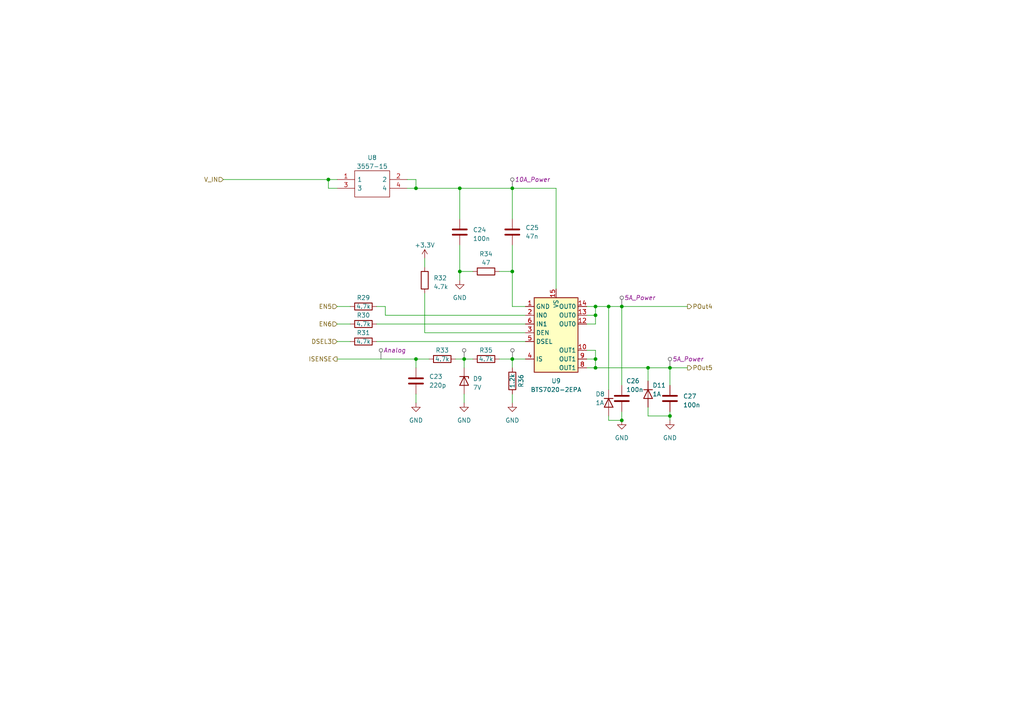
<source format=kicad_sch>
(kicad_sch
	(version 20231120)
	(generator "eeschema")
	(generator_version "8.0")
	(uuid "f22643af-feb6-47dd-a2c5-0dd156e0f04b")
	(paper "A4")
	(title_block
		(title "PDU FT24")
		(company "Nived Jayaprakash Nambiar ")
		(comment 1 "FasTTUBe Electronics")
	)
	(lib_symbols
		(symbol "3557-15:3557-15"
			(pin_names
				(offset 0.762)
			)
			(exclude_from_sim no)
			(in_bom yes)
			(on_board yes)
			(property "Reference" "U"
				(at 16.51 7.62 0)
				(effects
					(font
						(size 1.27 1.27)
					)
					(justify left)
				)
			)
			(property "Value" "3557-15"
				(at 16.51 5.08 0)
				(effects
					(font
						(size 1.27 1.27)
					)
					(justify left)
				)
			)
			(property "Footprint" "355715"
				(at 16.51 2.54 0)
				(effects
					(font
						(size 1.27 1.27)
					)
					(justify left)
					(hide yes)
				)
			)
			(property "Datasheet" "https://componentsearchengine.com/Datasheets/1/3557-15.pdf"
				(at 16.51 0 0)
				(effects
					(font
						(size 1.27 1.27)
					)
					(justify left)
					(hide yes)
				)
			)
			(property "Description" "Fuse Holder T/H 2 IN 1 AUTO BLDE HOLDER, BLUE 15A"
				(at 16.51 -2.54 0)
				(effects
					(font
						(size 1.27 1.27)
					)
					(justify left)
					(hide yes)
				)
			)
			(property "Height" "7.37"
				(at 16.51 -5.08 0)
				(effects
					(font
						(size 1.27 1.27)
					)
					(justify left)
					(hide yes)
				)
			)
			(property "heisener Part Number" ""
				(at 16.51 -7.62 0)
				(effects
					(font
						(size 1.27 1.27)
					)
					(justify left)
					(hide yes)
				)
			)
			(property "heisener Price/Stock" ""
				(at 16.51 -10.16 0)
				(effects
					(font
						(size 1.27 1.27)
					)
					(justify left)
					(hide yes)
				)
			)
			(property "Manufacturer_Name" "Keystone Electronics"
				(at 16.51 -12.7 0)
				(effects
					(font
						(size 1.27 1.27)
					)
					(justify left)
					(hide yes)
				)
			)
			(property "Manufacturer_Part_Number" "3557-15"
				(at 16.51 -15.24 0)
				(effects
					(font
						(size 1.27 1.27)
					)
					(justify left)
					(hide yes)
				)
			)
			(symbol "3557-15_0_0"
				(pin passive line
					(at 0 0 0)
					(length 5.08)
					(name "1"
						(effects
							(font
								(size 1.27 1.27)
							)
						)
					)
					(number "1"
						(effects
							(font
								(size 1.27 1.27)
							)
						)
					)
				)
				(pin passive line
					(at 20.32 0 180)
					(length 5.08)
					(name "2"
						(effects
							(font
								(size 1.27 1.27)
							)
						)
					)
					(number "2"
						(effects
							(font
								(size 1.27 1.27)
							)
						)
					)
				)
				(pin passive line
					(at 0 -2.54 0)
					(length 5.08)
					(name "3"
						(effects
							(font
								(size 1.27 1.27)
							)
						)
					)
					(number "3"
						(effects
							(font
								(size 1.27 1.27)
							)
						)
					)
				)
				(pin passive line
					(at 20.32 -2.54 180)
					(length 5.08)
					(name "4"
						(effects
							(font
								(size 1.27 1.27)
							)
						)
					)
					(number "4"
						(effects
							(font
								(size 1.27 1.27)
							)
						)
					)
				)
			)
			(symbol "3557-15_0_1"
				(polyline
					(pts
						(xy 5.08 2.54) (xy 15.24 2.54) (xy 15.24 -5.08) (xy 5.08 -5.08) (xy 5.08 2.54)
					)
					(stroke
						(width 0.1524)
						(type solid)
					)
					(fill
						(type none)
					)
				)
			)
		)
		(symbol "Device:C"
			(pin_numbers hide)
			(pin_names
				(offset 0.254)
			)
			(exclude_from_sim no)
			(in_bom yes)
			(on_board yes)
			(property "Reference" "C"
				(at 0.635 2.54 0)
				(effects
					(font
						(size 1.27 1.27)
					)
					(justify left)
				)
			)
			(property "Value" "C"
				(at 0.635 -2.54 0)
				(effects
					(font
						(size 1.27 1.27)
					)
					(justify left)
				)
			)
			(property "Footprint" ""
				(at 0.9652 -3.81 0)
				(effects
					(font
						(size 1.27 1.27)
					)
					(hide yes)
				)
			)
			(property "Datasheet" "~"
				(at 0 0 0)
				(effects
					(font
						(size 1.27 1.27)
					)
					(hide yes)
				)
			)
			(property "Description" "Unpolarized capacitor"
				(at 0 0 0)
				(effects
					(font
						(size 1.27 1.27)
					)
					(hide yes)
				)
			)
			(property "ki_keywords" "cap capacitor"
				(at 0 0 0)
				(effects
					(font
						(size 1.27 1.27)
					)
					(hide yes)
				)
			)
			(property "ki_fp_filters" "C_*"
				(at 0 0 0)
				(effects
					(font
						(size 1.27 1.27)
					)
					(hide yes)
				)
			)
			(symbol "C_0_1"
				(polyline
					(pts
						(xy -2.032 -0.762) (xy 2.032 -0.762)
					)
					(stroke
						(width 0.508)
						(type default)
					)
					(fill
						(type none)
					)
				)
				(polyline
					(pts
						(xy -2.032 0.762) (xy 2.032 0.762)
					)
					(stroke
						(width 0.508)
						(type default)
					)
					(fill
						(type none)
					)
				)
			)
			(symbol "C_1_1"
				(pin passive line
					(at 0 3.81 270)
					(length 2.794)
					(name "~"
						(effects
							(font
								(size 1.27 1.27)
							)
						)
					)
					(number "1"
						(effects
							(font
								(size 1.27 1.27)
							)
						)
					)
				)
				(pin passive line
					(at 0 -3.81 90)
					(length 2.794)
					(name "~"
						(effects
							(font
								(size 1.27 1.27)
							)
						)
					)
					(number "2"
						(effects
							(font
								(size 1.27 1.27)
							)
						)
					)
				)
			)
		)
		(symbol "Device:D"
			(pin_numbers hide)
			(pin_names
				(offset 1.016) hide)
			(exclude_from_sim no)
			(in_bom yes)
			(on_board yes)
			(property "Reference" "D"
				(at 0 2.54 0)
				(effects
					(font
						(size 1.27 1.27)
					)
				)
			)
			(property "Value" "D"
				(at 0 -2.54 0)
				(effects
					(font
						(size 1.27 1.27)
					)
				)
			)
			(property "Footprint" ""
				(at 0 0 0)
				(effects
					(font
						(size 1.27 1.27)
					)
					(hide yes)
				)
			)
			(property "Datasheet" "~"
				(at 0 0 0)
				(effects
					(font
						(size 1.27 1.27)
					)
					(hide yes)
				)
			)
			(property "Description" "Diode"
				(at 0 0 0)
				(effects
					(font
						(size 1.27 1.27)
					)
					(hide yes)
				)
			)
			(property "Sim.Device" "D"
				(at 0 0 0)
				(effects
					(font
						(size 1.27 1.27)
					)
					(hide yes)
				)
			)
			(property "Sim.Pins" "1=K 2=A"
				(at 0 0 0)
				(effects
					(font
						(size 1.27 1.27)
					)
					(hide yes)
				)
			)
			(property "ki_keywords" "diode"
				(at 0 0 0)
				(effects
					(font
						(size 1.27 1.27)
					)
					(hide yes)
				)
			)
			(property "ki_fp_filters" "TO-???* *_Diode_* *SingleDiode* D_*"
				(at 0 0 0)
				(effects
					(font
						(size 1.27 1.27)
					)
					(hide yes)
				)
			)
			(symbol "D_0_1"
				(polyline
					(pts
						(xy -1.27 1.27) (xy -1.27 -1.27)
					)
					(stroke
						(width 0.254)
						(type default)
					)
					(fill
						(type none)
					)
				)
				(polyline
					(pts
						(xy 1.27 0) (xy -1.27 0)
					)
					(stroke
						(width 0)
						(type default)
					)
					(fill
						(type none)
					)
				)
				(polyline
					(pts
						(xy 1.27 1.27) (xy 1.27 -1.27) (xy -1.27 0) (xy 1.27 1.27)
					)
					(stroke
						(width 0.254)
						(type default)
					)
					(fill
						(type none)
					)
				)
			)
			(symbol "D_1_1"
				(pin passive line
					(at -3.81 0 0)
					(length 2.54)
					(name "K"
						(effects
							(font
								(size 1.27 1.27)
							)
						)
					)
					(number "1"
						(effects
							(font
								(size 1.27 1.27)
							)
						)
					)
				)
				(pin passive line
					(at 3.81 0 180)
					(length 2.54)
					(name "A"
						(effects
							(font
								(size 1.27 1.27)
							)
						)
					)
					(number "2"
						(effects
							(font
								(size 1.27 1.27)
							)
						)
					)
				)
			)
		)
		(symbol "Device:D_Zener"
			(pin_numbers hide)
			(pin_names
				(offset 1.016) hide)
			(exclude_from_sim no)
			(in_bom yes)
			(on_board yes)
			(property "Reference" "D"
				(at 0 2.54 0)
				(effects
					(font
						(size 1.27 1.27)
					)
				)
			)
			(property "Value" "D_Zener"
				(at 0 -2.54 0)
				(effects
					(font
						(size 1.27 1.27)
					)
				)
			)
			(property "Footprint" ""
				(at 0 0 0)
				(effects
					(font
						(size 1.27 1.27)
					)
					(hide yes)
				)
			)
			(property "Datasheet" "~"
				(at 0 0 0)
				(effects
					(font
						(size 1.27 1.27)
					)
					(hide yes)
				)
			)
			(property "Description" "Zener diode"
				(at 0 0 0)
				(effects
					(font
						(size 1.27 1.27)
					)
					(hide yes)
				)
			)
			(property "ki_keywords" "diode"
				(at 0 0 0)
				(effects
					(font
						(size 1.27 1.27)
					)
					(hide yes)
				)
			)
			(property "ki_fp_filters" "TO-???* *_Diode_* *SingleDiode* D_*"
				(at 0 0 0)
				(effects
					(font
						(size 1.27 1.27)
					)
					(hide yes)
				)
			)
			(symbol "D_Zener_0_1"
				(polyline
					(pts
						(xy 1.27 0) (xy -1.27 0)
					)
					(stroke
						(width 0)
						(type default)
					)
					(fill
						(type none)
					)
				)
				(polyline
					(pts
						(xy -1.27 -1.27) (xy -1.27 1.27) (xy -0.762 1.27)
					)
					(stroke
						(width 0.254)
						(type default)
					)
					(fill
						(type none)
					)
				)
				(polyline
					(pts
						(xy 1.27 -1.27) (xy 1.27 1.27) (xy -1.27 0) (xy 1.27 -1.27)
					)
					(stroke
						(width 0.254)
						(type default)
					)
					(fill
						(type none)
					)
				)
			)
			(symbol "D_Zener_1_1"
				(pin passive line
					(at -3.81 0 0)
					(length 2.54)
					(name "K"
						(effects
							(font
								(size 1.27 1.27)
							)
						)
					)
					(number "1"
						(effects
							(font
								(size 1.27 1.27)
							)
						)
					)
				)
				(pin passive line
					(at 3.81 0 180)
					(length 2.54)
					(name "A"
						(effects
							(font
								(size 1.27 1.27)
							)
						)
					)
					(number "2"
						(effects
							(font
								(size 1.27 1.27)
							)
						)
					)
				)
			)
		)
		(symbol "Device:R"
			(pin_numbers hide)
			(pin_names
				(offset 0)
			)
			(exclude_from_sim no)
			(in_bom yes)
			(on_board yes)
			(property "Reference" "R"
				(at 2.032 0 90)
				(effects
					(font
						(size 1.27 1.27)
					)
				)
			)
			(property "Value" "R"
				(at 0 0 90)
				(effects
					(font
						(size 1.27 1.27)
					)
				)
			)
			(property "Footprint" ""
				(at -1.778 0 90)
				(effects
					(font
						(size 1.27 1.27)
					)
					(hide yes)
				)
			)
			(property "Datasheet" "~"
				(at 0 0 0)
				(effects
					(font
						(size 1.27 1.27)
					)
					(hide yes)
				)
			)
			(property "Description" "Resistor"
				(at 0 0 0)
				(effects
					(font
						(size 1.27 1.27)
					)
					(hide yes)
				)
			)
			(property "ki_keywords" "R res resistor"
				(at 0 0 0)
				(effects
					(font
						(size 1.27 1.27)
					)
					(hide yes)
				)
			)
			(property "ki_fp_filters" "R_*"
				(at 0 0 0)
				(effects
					(font
						(size 1.27 1.27)
					)
					(hide yes)
				)
			)
			(symbol "R_0_1"
				(rectangle
					(start -1.016 -2.54)
					(end 1.016 2.54)
					(stroke
						(width 0.254)
						(type default)
					)
					(fill
						(type none)
					)
				)
			)
			(symbol "R_1_1"
				(pin passive line
					(at 0 3.81 270)
					(length 1.27)
					(name "~"
						(effects
							(font
								(size 1.27 1.27)
							)
						)
					)
					(number "1"
						(effects
							(font
								(size 1.27 1.27)
							)
						)
					)
				)
				(pin passive line
					(at 0 -3.81 90)
					(length 1.27)
					(name "~"
						(effects
							(font
								(size 1.27 1.27)
							)
						)
					)
					(number "2"
						(effects
							(font
								(size 1.27 1.27)
							)
						)
					)
				)
			)
		)
		(symbol "PROFET:BTS7020-2EPA"
			(exclude_from_sim no)
			(in_bom yes)
			(on_board yes)
			(property "Reference" "U9"
				(at 0 -13.97 0)
				(effects
					(font
						(size 1.27 1.27)
					)
				)
			)
			(property "Value" "BTS7020-2EPA"
				(at 0 -16.51 0)
				(effects
					(font
						(size 1.27 1.27)
					)
				)
			)
			(property "Footprint" "Package_SO:Infineon_PG-TSDSO-14-22"
				(at -22.86 -12.7 0)
				(effects
					(font
						(size 1.27 1.27)
					)
					(hide yes)
				)
			)
			(property "Datasheet" "https://www.infineon.com/dgdl/Infineon-BTS7020-2EPA-DataSheet-v01_10-EN.pdf?fileId=5546d4625ee5d4cd015f10627dfb6ca3"
				(at -3.81 -19.05 0)
				(effects
					(font
						(size 1.27 1.27)
					)
					(hide yes)
				)
			)
			(property "Description" "Smart High-Side Power Switch, PROFET, Two Channel, 12V, 5A, Rds(on) 23.7mΩ, PG-TSDSO-14-22"
				(at 0 0 0)
				(effects
					(font
						(size 1.27 1.27)
					)
					(hide yes)
				)
			)
			(property "ki_keywords" "BTS7004"
				(at 0 0 0)
				(effects
					(font
						(size 1.27 1.27)
					)
					(hide yes)
				)
			)
			(property "ki_fp_filters" "Infineon*TSDSO*22*"
				(at 0 0 0)
				(effects
					(font
						(size 1.27 1.27)
					)
					(hide yes)
				)
			)
			(symbol "BTS7020-2EPA_0_0"
				(pin input line
					(at -8.89 -2.54 0)
					(length 2.54)
					(name "DSEL"
						(effects
							(font
								(size 1.27 1.27)
							)
						)
					)
					(number "5"
						(effects
							(font
								(size 1.27 1.27)
							)
						)
					)
				)
				(pin input line
					(at -8.89 2.54 0)
					(length 2.54)
					(name "IN1"
						(effects
							(font
								(size 1.27 1.27)
							)
						)
					)
					(number "6"
						(effects
							(font
								(size 1.27 1.27)
							)
						)
					)
				)
			)
			(symbol "BTS7020-2EPA_0_1"
				(rectangle
					(start -6.35 10.16)
					(end 6.35 -11.43)
					(stroke
						(width 0.254)
						(type default)
					)
					(fill
						(type background)
					)
				)
			)
			(symbol "BTS7020-2EPA_1_1"
				(pin power_out line
					(at -8.89 7.62 0)
					(length 2.54)
					(name "GND"
						(effects
							(font
								(size 1.27 1.27)
							)
						)
					)
					(number "1"
						(effects
							(font
								(size 1.27 1.27)
							)
						)
					)
				)
				(pin passive line
					(at 8.89 -5.08 180)
					(length 2.54)
					(name "OUT1"
						(effects
							(font
								(size 1.27 1.27)
							)
						)
					)
					(number "10"
						(effects
							(font
								(size 1.27 1.27)
							)
						)
					)
				)
				(pin no_connect line
					(at 8.89 -1.27 180)
					(length 2.54) hide
					(name "NC"
						(effects
							(font
								(size 1.27 1.27)
							)
						)
					)
					(number "11"
						(effects
							(font
								(size 1.27 1.27)
							)
						)
					)
				)
				(pin passive line
					(at 8.89 2.54 180)
					(length 2.54)
					(name "OUT0"
						(effects
							(font
								(size 1.27 1.27)
							)
						)
					)
					(number "12"
						(effects
							(font
								(size 1.27 1.27)
							)
						)
					)
				)
				(pin passive line
					(at 8.89 5.08 180)
					(length 2.54)
					(name "OUT0"
						(effects
							(font
								(size 1.27 1.27)
							)
						)
					)
					(number "13"
						(effects
							(font
								(size 1.27 1.27)
							)
						)
					)
				)
				(pin output line
					(at 8.89 7.62 180)
					(length 2.54)
					(name "OUT0"
						(effects
							(font
								(size 1.27 1.27)
							)
						)
					)
					(number "14"
						(effects
							(font
								(size 1.27 1.27)
							)
						)
					)
				)
				(pin input line
					(at 0 12.7 270)
					(length 2.54)
					(name "VS"
						(effects
							(font
								(size 1.27 1.27)
							)
						)
					)
					(number "15"
						(effects
							(font
								(size 1.27 1.27)
							)
						)
					)
				)
				(pin input line
					(at -8.89 5.08 0)
					(length 2.54)
					(name "IN0"
						(effects
							(font
								(size 1.27 1.27)
							)
						)
					)
					(number "2"
						(effects
							(font
								(size 1.27 1.27)
							)
						)
					)
				)
				(pin input line
					(at -8.89 0 0)
					(length 2.54)
					(name "DEN"
						(effects
							(font
								(size 1.27 1.27)
							)
						)
					)
					(number "3"
						(effects
							(font
								(size 1.27 1.27)
							)
						)
					)
				)
				(pin output line
					(at -8.89 -7.62 0)
					(length 2.54)
					(name "IS"
						(effects
							(font
								(size 1.27 1.27)
							)
						)
					)
					(number "4"
						(effects
							(font
								(size 1.27 1.27)
							)
						)
					)
				)
				(pin no_connect line
					(at -8.89 -10.16 0)
					(length 2.54) hide
					(name "NC"
						(effects
							(font
								(size 1.27 1.27)
							)
						)
					)
					(number "7"
						(effects
							(font
								(size 1.27 1.27)
							)
						)
					)
				)
				(pin output line
					(at 8.89 -10.16 180)
					(length 2.54)
					(name "OUT1"
						(effects
							(font
								(size 1.27 1.27)
							)
						)
					)
					(number "8"
						(effects
							(font
								(size 1.27 1.27)
							)
						)
					)
				)
				(pin passive line
					(at 8.89 -7.62 180)
					(length 2.54)
					(name "OUT1"
						(effects
							(font
								(size 1.27 1.27)
							)
						)
					)
					(number "9"
						(effects
							(font
								(size 1.27 1.27)
							)
						)
					)
				)
			)
		)
		(symbol "power:+3.3V"
			(power)
			(pin_names
				(offset 0)
			)
			(exclude_from_sim no)
			(in_bom yes)
			(on_board yes)
			(property "Reference" "#PWR"
				(at 0 -3.81 0)
				(effects
					(font
						(size 1.27 1.27)
					)
					(hide yes)
				)
			)
			(property "Value" "+3.3V"
				(at 0 3.556 0)
				(effects
					(font
						(size 1.27 1.27)
					)
				)
			)
			(property "Footprint" ""
				(at 0 0 0)
				(effects
					(font
						(size 1.27 1.27)
					)
					(hide yes)
				)
			)
			(property "Datasheet" ""
				(at 0 0 0)
				(effects
					(font
						(size 1.27 1.27)
					)
					(hide yes)
				)
			)
			(property "Description" "Power symbol creates a global label with name \"+3.3V\""
				(at 0 0 0)
				(effects
					(font
						(size 1.27 1.27)
					)
					(hide yes)
				)
			)
			(property "ki_keywords" "global power"
				(at 0 0 0)
				(effects
					(font
						(size 1.27 1.27)
					)
					(hide yes)
				)
			)
			(symbol "+3.3V_0_1"
				(polyline
					(pts
						(xy -0.762 1.27) (xy 0 2.54)
					)
					(stroke
						(width 0)
						(type default)
					)
					(fill
						(type none)
					)
				)
				(polyline
					(pts
						(xy 0 0) (xy 0 2.54)
					)
					(stroke
						(width 0)
						(type default)
					)
					(fill
						(type none)
					)
				)
				(polyline
					(pts
						(xy 0 2.54) (xy 0.762 1.27)
					)
					(stroke
						(width 0)
						(type default)
					)
					(fill
						(type none)
					)
				)
			)
			(symbol "+3.3V_1_1"
				(pin power_in line
					(at 0 0 90)
					(length 0) hide
					(name "+3.3V"
						(effects
							(font
								(size 1.27 1.27)
							)
						)
					)
					(number "1"
						(effects
							(font
								(size 1.27 1.27)
							)
						)
					)
				)
			)
		)
		(symbol "power:GND"
			(power)
			(pin_names
				(offset 0)
			)
			(exclude_from_sim no)
			(in_bom yes)
			(on_board yes)
			(property "Reference" "#PWR"
				(at 0 -6.35 0)
				(effects
					(font
						(size 1.27 1.27)
					)
					(hide yes)
				)
			)
			(property "Value" "GND"
				(at 0 -3.81 0)
				(effects
					(font
						(size 1.27 1.27)
					)
				)
			)
			(property "Footprint" ""
				(at 0 0 0)
				(effects
					(font
						(size 1.27 1.27)
					)
					(hide yes)
				)
			)
			(property "Datasheet" ""
				(at 0 0 0)
				(effects
					(font
						(size 1.27 1.27)
					)
					(hide yes)
				)
			)
			(property "Description" "Power symbol creates a global label with name \"GND\" , ground"
				(at 0 0 0)
				(effects
					(font
						(size 1.27 1.27)
					)
					(hide yes)
				)
			)
			(property "ki_keywords" "global power"
				(at 0 0 0)
				(effects
					(font
						(size 1.27 1.27)
					)
					(hide yes)
				)
			)
			(symbol "GND_0_1"
				(polyline
					(pts
						(xy 0 0) (xy 0 -1.27) (xy 1.27 -1.27) (xy 0 -2.54) (xy -1.27 -1.27) (xy 0 -1.27)
					)
					(stroke
						(width 0)
						(type default)
					)
					(fill
						(type none)
					)
				)
			)
			(symbol "GND_1_1"
				(pin power_in line
					(at 0 0 270)
					(length 0) hide
					(name "GND"
						(effects
							(font
								(size 1.27 1.27)
							)
						)
					)
					(number "1"
						(effects
							(font
								(size 1.27 1.27)
							)
						)
					)
				)
			)
		)
	)
	(junction
		(at 194.31 120.65)
		(diameter 0)
		(color 0 0 0 0)
		(uuid "1b4147b2-4e7b-41c9-ab8b-7c88aea46687")
	)
	(junction
		(at 148.59 104.14)
		(diameter 0)
		(color 0 0 0 0)
		(uuid "1b73f140-626f-473d-aa49-503905505e8f")
	)
	(junction
		(at 95.25 52.07)
		(diameter 0)
		(color 0 0 0 0)
		(uuid "207557b2-f0c6-4b6e-a522-6dace269960e")
	)
	(junction
		(at 120.65 104.14)
		(diameter 0)
		(color 0 0 0 0)
		(uuid "28906c66-3c65-49d6-9813-820cf03c010a")
	)
	(junction
		(at 172.72 88.9)
		(diameter 0)
		(color 0 0 0 0)
		(uuid "2961a780-1458-4a42-b756-6475248a8784")
	)
	(junction
		(at 148.59 54.61)
		(diameter 0)
		(color 0 0 0 0)
		(uuid "4005cef6-d0f5-4269-a451-27b2230c2c96")
	)
	(junction
		(at 180.34 121.92)
		(diameter 0)
		(color 0 0 0 0)
		(uuid "454eb6cd-7727-4d9c-a48f-db40ef5c9bcb")
	)
	(junction
		(at 120.65 54.61)
		(diameter 0)
		(color 0 0 0 0)
		(uuid "59649f0b-9378-4c52-b8ab-e0227f647252")
	)
	(junction
		(at 176.53 88.9)
		(diameter 0)
		(color 0 0 0 0)
		(uuid "5aa19b03-71f1-4290-964b-d9d015014e0d")
	)
	(junction
		(at 172.72 91.44)
		(diameter 0)
		(color 0 0 0 0)
		(uuid "6a88291b-1584-43bb-9780-74cc9842a954")
	)
	(junction
		(at 180.34 88.9)
		(diameter 0)
		(color 0 0 0 0)
		(uuid "6f0a8641-269c-4d96-a491-3765899e6018")
	)
	(junction
		(at 172.72 104.14)
		(diameter 0)
		(color 0 0 0 0)
		(uuid "94249e93-d882-47df-9387-94b8a21a0806")
	)
	(junction
		(at 187.96 106.68)
		(diameter 0)
		(color 0 0 0 0)
		(uuid "9c4ed78e-4aca-4349-bd6a-6a7be949ae8b")
	)
	(junction
		(at 172.72 106.68)
		(diameter 0)
		(color 0 0 0 0)
		(uuid "a2a3407c-26e2-41f2-bc1a-eac9e91228f5")
	)
	(junction
		(at 148.59 78.74)
		(diameter 0)
		(color 0 0 0 0)
		(uuid "b4f199df-41aa-4f26-8f60-9b10ddad5dbd")
	)
	(junction
		(at 133.35 78.74)
		(diameter 0)
		(color 0 0 0 0)
		(uuid "c706b01c-cb88-49a3-bc13-0c5b5eed76a0")
	)
	(junction
		(at 134.62 104.14)
		(diameter 0)
		(color 0 0 0 0)
		(uuid "c83a860b-3b0a-485c-ac7d-7fb596a77a65")
	)
	(junction
		(at 133.35 54.61)
		(diameter 0)
		(color 0 0 0 0)
		(uuid "cf1df7a7-12be-449c-a459-590e09a337f3")
	)
	(junction
		(at 194.31 106.68)
		(diameter 0)
		(color 0 0 0 0)
		(uuid "e1eb5ede-fbc2-4ca9-89c7-55c1818480df")
	)
	(wire
		(pts
			(xy 176.53 88.9) (xy 176.53 113.03)
		)
		(stroke
			(width 0)
			(type default)
		)
		(uuid "000a7271-c806-4a98-b35e-76ebf5b20c10")
	)
	(wire
		(pts
			(xy 134.62 114.3) (xy 134.62 116.84)
		)
		(stroke
			(width 0)
			(type default)
		)
		(uuid "06727237-15d5-4daf-999a-ff59d90c8567")
	)
	(wire
		(pts
			(xy 97.79 54.61) (xy 95.25 54.61)
		)
		(stroke
			(width 0)
			(type default)
		)
		(uuid "09aab916-1dbb-4ebf-86d6-cdd6676065cf")
	)
	(wire
		(pts
			(xy 123.19 85.09) (xy 123.19 96.52)
		)
		(stroke
			(width 0)
			(type default)
		)
		(uuid "09d6a59c-7862-40b1-baeb-4aaa133b2792")
	)
	(wire
		(pts
			(xy 118.11 52.07) (xy 120.65 52.07)
		)
		(stroke
			(width 0)
			(type default)
		)
		(uuid "178e204e-6d28-4cf9-85e1-6a6d3ca2c764")
	)
	(wire
		(pts
			(xy 176.53 120.65) (xy 176.53 121.92)
		)
		(stroke
			(width 0)
			(type default)
		)
		(uuid "19a6a182-f839-4221-857f-f224ab39d0de")
	)
	(wire
		(pts
			(xy 148.59 104.14) (xy 144.78 104.14)
		)
		(stroke
			(width 0)
			(type default)
		)
		(uuid "1f88ad11-b5f7-4fef-af53-e14009193b0e")
	)
	(wire
		(pts
			(xy 97.79 88.9) (xy 101.6 88.9)
		)
		(stroke
			(width 0)
			(type default)
		)
		(uuid "20b6e3fa-54ad-4157-9d0f-ac698209588c")
	)
	(wire
		(pts
			(xy 180.34 88.9) (xy 180.34 111.76)
		)
		(stroke
			(width 0)
			(type default)
		)
		(uuid "2335e514-6051-49ba-ac85-eab161ae241c")
	)
	(wire
		(pts
			(xy 133.35 54.61) (xy 148.59 54.61)
		)
		(stroke
			(width 0)
			(type default)
		)
		(uuid "23c87a06-24ae-42b9-856c-75b94200ebc5")
	)
	(wire
		(pts
			(xy 111.76 88.9) (xy 109.22 88.9)
		)
		(stroke
			(width 0)
			(type default)
		)
		(uuid "24c5e6d4-9e50-4301-b75d-96c8ee3b51e7")
	)
	(wire
		(pts
			(xy 111.76 91.44) (xy 111.76 88.9)
		)
		(stroke
			(width 0)
			(type default)
		)
		(uuid "2ae88c74-c9ed-4bb1-bd2f-9645e8e0d41b")
	)
	(wire
		(pts
			(xy 180.34 119.38) (xy 180.34 121.92)
		)
		(stroke
			(width 0)
			(type default)
		)
		(uuid "2e091d80-341d-4975-bd8e-56a33a717f7a")
	)
	(wire
		(pts
			(xy 172.72 101.6) (xy 170.18 101.6)
		)
		(stroke
			(width 0)
			(type default)
		)
		(uuid "2eb8a2c3-2af1-4ecc-a98e-afc6fcdb64fa")
	)
	(wire
		(pts
			(xy 161.29 54.61) (xy 161.29 83.82)
		)
		(stroke
			(width 0)
			(type default)
		)
		(uuid "3115075b-05ff-445b-a881-56dbf832f30a")
	)
	(wire
		(pts
			(xy 109.22 93.98) (xy 152.4 93.98)
		)
		(stroke
			(width 0)
			(type default)
		)
		(uuid "380abb1b-d5bf-4cfc-8b02-fea868d3dac9")
	)
	(wire
		(pts
			(xy 172.72 106.68) (xy 187.96 106.68)
		)
		(stroke
			(width 0)
			(type default)
		)
		(uuid "3afc9515-4e9b-4906-8af8-9b49bc894397")
	)
	(wire
		(pts
			(xy 172.72 88.9) (xy 170.18 88.9)
		)
		(stroke
			(width 0)
			(type default)
		)
		(uuid "3f5cbe53-227a-4b4f-97af-16099738ff9f")
	)
	(wire
		(pts
			(xy 180.34 88.9) (xy 199.39 88.9)
		)
		(stroke
			(width 0)
			(type default)
		)
		(uuid "420028cd-ad9c-49c9-bd09-2a9c7ce547f7")
	)
	(wire
		(pts
			(xy 95.25 52.07) (xy 97.79 52.07)
		)
		(stroke
			(width 0)
			(type default)
		)
		(uuid "436ccea7-1a0e-4686-89bb-9e510c7371a5")
	)
	(wire
		(pts
			(xy 133.35 78.74) (xy 133.35 71.12)
		)
		(stroke
			(width 0)
			(type default)
		)
		(uuid "5287d66d-1a78-45e4-9fb5-67d19fddb12e")
	)
	(wire
		(pts
			(xy 120.65 54.61) (xy 133.35 54.61)
		)
		(stroke
			(width 0)
			(type default)
		)
		(uuid "53013c5d-193a-4fec-9d33-d0a86344dec7")
	)
	(wire
		(pts
			(xy 176.53 88.9) (xy 180.34 88.9)
		)
		(stroke
			(width 0)
			(type default)
		)
		(uuid "559a630e-6967-4d0e-a02e-a3706cf75d71")
	)
	(wire
		(pts
			(xy 120.65 104.14) (xy 120.65 106.68)
		)
		(stroke
			(width 0)
			(type default)
		)
		(uuid "58dc2ffd-07ca-4934-8848-eacf6b1795b2")
	)
	(wire
		(pts
			(xy 148.59 71.12) (xy 148.59 78.74)
		)
		(stroke
			(width 0)
			(type default)
		)
		(uuid "5dd777a6-8605-4efc-bdab-9aaa96fd2859")
	)
	(wire
		(pts
			(xy 152.4 88.9) (xy 148.59 88.9)
		)
		(stroke
			(width 0)
			(type default)
		)
		(uuid "5ed431b4-0294-4cbf-b759-9dc3e54b9987")
	)
	(wire
		(pts
			(xy 144.78 78.74) (xy 148.59 78.74)
		)
		(stroke
			(width 0)
			(type default)
		)
		(uuid "6852e26c-b987-455b-a887-a13ddde3b696")
	)
	(wire
		(pts
			(xy 170.18 93.98) (xy 172.72 93.98)
		)
		(stroke
			(width 0)
			(type default)
		)
		(uuid "6b50a998-3b9d-4d41-9998-9e34ce9fb8c6")
	)
	(wire
		(pts
			(xy 148.59 54.61) (xy 161.29 54.61)
		)
		(stroke
			(width 0)
			(type default)
		)
		(uuid "6bf84eb1-4971-424e-b5a5-abbd970c41bf")
	)
	(wire
		(pts
			(xy 187.96 106.68) (xy 194.31 106.68)
		)
		(stroke
			(width 0)
			(type default)
		)
		(uuid "707b6602-bf6e-480b-86de-3361927aca0b")
	)
	(wire
		(pts
			(xy 187.96 120.65) (xy 194.31 120.65)
		)
		(stroke
			(width 0)
			(type default)
		)
		(uuid "76acaf1b-cb09-4675-bbd7-3a61658fe4e4")
	)
	(wire
		(pts
			(xy 95.25 54.61) (xy 95.25 52.07)
		)
		(stroke
			(width 0)
			(type default)
		)
		(uuid "77e0f723-a9c6-4848-b523-9b0d659a0a6e")
	)
	(wire
		(pts
			(xy 118.11 54.61) (xy 120.65 54.61)
		)
		(stroke
			(width 0)
			(type default)
		)
		(uuid "786bc50a-6241-4a18-a7ab-f29d24b4615e")
	)
	(wire
		(pts
			(xy 194.31 119.38) (xy 194.31 120.65)
		)
		(stroke
			(width 0)
			(type default)
		)
		(uuid "7ee6d490-2cc9-450e-b305-f543816527cc")
	)
	(wire
		(pts
			(xy 172.72 104.14) (xy 172.72 101.6)
		)
		(stroke
			(width 0)
			(type default)
		)
		(uuid "80f1d0d2-f600-4ef6-ae01-f50f3ea1748d")
	)
	(wire
		(pts
			(xy 64.77 52.07) (xy 95.25 52.07)
		)
		(stroke
			(width 0)
			(type default)
		)
		(uuid "86da1fa7-50c7-4c37-8e63-57b2211d223e")
	)
	(wire
		(pts
			(xy 187.96 118.11) (xy 187.96 120.65)
		)
		(stroke
			(width 0)
			(type default)
		)
		(uuid "8d0ae47b-6f37-4584-a9cc-fb5675ae1be2")
	)
	(wire
		(pts
			(xy 97.79 93.98) (xy 101.6 93.98)
		)
		(stroke
			(width 0)
			(type default)
		)
		(uuid "9a70aa1a-ebf4-48f5-8d64-2cbc957d4b9f")
	)
	(wire
		(pts
			(xy 123.19 74.93) (xy 123.19 77.47)
		)
		(stroke
			(width 0)
			(type default)
		)
		(uuid "9aa13a28-4a89-4c4f-9bb2-d761627401a2")
	)
	(wire
		(pts
			(xy 137.16 78.74) (xy 133.35 78.74)
		)
		(stroke
			(width 0)
			(type default)
		)
		(uuid "9af5ce14-f11a-47ca-be12-d77a0a325e4e")
	)
	(wire
		(pts
			(xy 172.72 91.44) (xy 172.72 88.9)
		)
		(stroke
			(width 0)
			(type default)
		)
		(uuid "9fe4554c-cde0-49f7-a8d6-66764dd1ba38")
	)
	(wire
		(pts
			(xy 194.31 120.65) (xy 194.31 121.92)
		)
		(stroke
			(width 0)
			(type default)
		)
		(uuid "a055efbd-aec7-44c2-a962-6902c662271f")
	)
	(wire
		(pts
			(xy 133.35 78.74) (xy 133.35 81.28)
		)
		(stroke
			(width 0)
			(type default)
		)
		(uuid "a87bfb91-7091-4159-ad09-28f6291b1f24")
	)
	(wire
		(pts
			(xy 152.4 91.44) (xy 111.76 91.44)
		)
		(stroke
			(width 0)
			(type default)
		)
		(uuid "acae1835-8749-45ec-beac-3eba888afe5a")
	)
	(wire
		(pts
			(xy 148.59 114.3) (xy 148.59 116.84)
		)
		(stroke
			(width 0)
			(type default)
		)
		(uuid "ae58de19-f83d-4f2c-ae1b-76d8d437a298")
	)
	(wire
		(pts
			(xy 194.31 106.68) (xy 194.31 111.76)
		)
		(stroke
			(width 0)
			(type default)
		)
		(uuid "af0ebf85-73d7-48ef-827d-de7d7375dd28")
	)
	(wire
		(pts
			(xy 97.79 104.14) (xy 120.65 104.14)
		)
		(stroke
			(width 0)
			(type default)
		)
		(uuid "b29bbc3a-f267-4cb7-a0c1-fa7d8592713e")
	)
	(wire
		(pts
			(xy 148.59 104.14) (xy 152.4 104.14)
		)
		(stroke
			(width 0)
			(type default)
		)
		(uuid "b6e4c497-639d-4d5f-adab-70e10ffe7274")
	)
	(wire
		(pts
			(xy 194.31 106.68) (xy 199.39 106.68)
		)
		(stroke
			(width 0)
			(type default)
		)
		(uuid "b8b91e0c-0da4-4ef3-9fea-605b25a5f4c5")
	)
	(wire
		(pts
			(xy 97.79 99.06) (xy 101.6 99.06)
		)
		(stroke
			(width 0)
			(type default)
		)
		(uuid "bcbdabb2-8edf-445e-bfde-4d96e83d66a0")
	)
	(wire
		(pts
			(xy 172.72 93.98) (xy 172.72 91.44)
		)
		(stroke
			(width 0)
			(type default)
		)
		(uuid "c30211ab-c41c-4d3c-a3fb-99777dd33acf")
	)
	(wire
		(pts
			(xy 120.65 114.3) (xy 120.65 116.84)
		)
		(stroke
			(width 0)
			(type default)
		)
		(uuid "c37fa0f0-3b9d-4f36-aebc-15c3e2304fe9")
	)
	(wire
		(pts
			(xy 148.59 54.61) (xy 148.59 63.5)
		)
		(stroke
			(width 0)
			(type default)
		)
		(uuid "c7f5a834-541a-40f3-abec-bcf43c2581a8")
	)
	(wire
		(pts
			(xy 109.22 99.06) (xy 152.4 99.06)
		)
		(stroke
			(width 0)
			(type default)
		)
		(uuid "ca2aed5a-c00a-4804-87ef-7d85db969c29")
	)
	(wire
		(pts
			(xy 120.65 52.07) (xy 120.65 54.61)
		)
		(stroke
			(width 0)
			(type default)
		)
		(uuid "cd35d23d-e7af-4cb2-99d8-d2c5bdc1fcf1")
	)
	(wire
		(pts
			(xy 187.96 106.68) (xy 187.96 110.49)
		)
		(stroke
			(width 0)
			(type default)
		)
		(uuid "ceca38be-0e7f-4488-9b3f-37f736339874")
	)
	(wire
		(pts
			(xy 176.53 121.92) (xy 180.34 121.92)
		)
		(stroke
			(width 0)
			(type default)
		)
		(uuid "cf68225c-1537-4527-9c56-c51890e087c6")
	)
	(wire
		(pts
			(xy 133.35 54.61) (xy 133.35 63.5)
		)
		(stroke
			(width 0)
			(type default)
		)
		(uuid "d2cced97-dd1c-4f49-9f20-358a5156ba2a")
	)
	(wire
		(pts
			(xy 172.72 106.68) (xy 172.72 104.14)
		)
		(stroke
			(width 0)
			(type default)
		)
		(uuid "d3dcbba1-c77f-4c63-9a70-2b27dd453dc0")
	)
	(wire
		(pts
			(xy 134.62 106.68) (xy 134.62 104.14)
		)
		(stroke
			(width 0)
			(type default)
		)
		(uuid "dbb7ecef-2a29-4c30-945b-570124ef55d2")
	)
	(wire
		(pts
			(xy 152.4 96.52) (xy 123.19 96.52)
		)
		(stroke
			(width 0)
			(type default)
		)
		(uuid "e1057fdc-3841-48e6-b988-0be7853d013b")
	)
	(wire
		(pts
			(xy 134.62 104.14) (xy 132.08 104.14)
		)
		(stroke
			(width 0)
			(type default)
		)
		(uuid "e24a92dc-fa23-45af-a7f3-f7b9de6e6544")
	)
	(wire
		(pts
			(xy 134.62 104.14) (xy 137.16 104.14)
		)
		(stroke
			(width 0)
			(type default)
		)
		(uuid "e523552a-abf3-4fd3-b31e-17b8b3b9fa11")
	)
	(wire
		(pts
			(xy 170.18 104.14) (xy 172.72 104.14)
		)
		(stroke
			(width 0)
			(type default)
		)
		(uuid "ede65c55-63d7-4e26-b5d6-48edf8f3bf86")
	)
	(wire
		(pts
			(xy 124.46 104.14) (xy 120.65 104.14)
		)
		(stroke
			(width 0)
			(type default)
		)
		(uuid "f3eb90fe-3709-483a-b65b-5e41a739e2e8")
	)
	(wire
		(pts
			(xy 170.18 106.68) (xy 172.72 106.68)
		)
		(stroke
			(width 0)
			(type default)
		)
		(uuid "f6dcd17f-59bd-4596-b19a-8dbf62a835c5")
	)
	(wire
		(pts
			(xy 172.72 88.9) (xy 176.53 88.9)
		)
		(stroke
			(width 0)
			(type default)
		)
		(uuid "fa4cf682-9117-4cc8-802a-22311919d5ef")
	)
	(wire
		(pts
			(xy 148.59 78.74) (xy 148.59 88.9)
		)
		(stroke
			(width 0)
			(type default)
		)
		(uuid "fb9e706d-86c5-4d67-9422-0babebb95203")
	)
	(wire
		(pts
			(xy 148.59 106.68) (xy 148.59 104.14)
		)
		(stroke
			(width 0)
			(type default)
		)
		(uuid "fd9f697f-48d6-4eff-a47a-2f1ff402b8c9")
	)
	(wire
		(pts
			(xy 170.18 91.44) (xy 172.72 91.44)
		)
		(stroke
			(width 0)
			(type default)
		)
		(uuid "feb7cc9e-a97c-49b6-8b15-a5a21d42270c")
	)
	(hierarchical_label "V_IN"
		(shape input)
		(at 64.77 52.07 180)
		(fields_autoplaced yes)
		(effects
			(font
				(size 1.27 1.27)
			)
			(justify right)
		)
		(uuid "088773ee-7d9f-435b-b3a3-0d0783e2bfea")
	)
	(hierarchical_label "POut5"
		(shape output)
		(at 199.39 106.68 0)
		(fields_autoplaced yes)
		(effects
			(font
				(size 1.27 1.27)
			)
			(justify left)
		)
		(uuid "141d47d2-44d3-4b99-9e3f-59d35328b288")
	)
	(hierarchical_label "DSEL3"
		(shape input)
		(at 97.79 99.06 180)
		(fields_autoplaced yes)
		(effects
			(font
				(size 1.27 1.27)
			)
			(justify right)
		)
		(uuid "3086dae8-5057-4ef7-857e-255acc76b1ce")
	)
	(hierarchical_label "EN6"
		(shape input)
		(at 97.79 93.98 180)
		(fields_autoplaced yes)
		(effects
			(font
				(size 1.27 1.27)
			)
			(justify right)
		)
		(uuid "510d7e9a-7ea5-45da-bb3c-1774f4d52e00")
	)
	(hierarchical_label "EN5"
		(shape input)
		(at 97.79 88.9 180)
		(fields_autoplaced yes)
		(effects
			(font
				(size 1.27 1.27)
			)
			(justify right)
		)
		(uuid "adcda48e-a283-4a8c-9747-dd34ef83db52")
	)
	(hierarchical_label "POut4"
		(shape output)
		(at 199.39 88.9 0)
		(fields_autoplaced yes)
		(effects
			(font
				(size 1.27 1.27)
			)
			(justify left)
		)
		(uuid "add446df-da71-40b9-b908-48b13f7c5e2f")
	)
	(hierarchical_label "ISENSE"
		(shape output)
		(at 97.79 104.14 180)
		(fields_autoplaced yes)
		(effects
			(font
				(size 1.27 1.27)
			)
			(justify right)
		)
		(uuid "e3037fb8-1d85-41f2-b76e-871deab981c6")
	)
	(netclass_flag ""
		(length 2.54)
		(shape round)
		(at 148.59 54.61 0)
		(fields_autoplaced yes)
		(effects
			(font
				(size 1.27 1.27)
			)
			(justify left bottom)
		)
		(uuid "57d57191-b41e-42bc-873d-e644f7319808")
		(property "Netclass" "10A_Power"
			(at 149.2885 52.07 0)
			(effects
				(font
					(size 1.27 1.27)
					(italic yes)
				)
				(justify left)
			)
		)
	)
	(netclass_flag ""
		(length 2.54)
		(shape round)
		(at 148.6351 104.14 0)
		(fields_autoplaced yes)
		(effects
			(font
				(size 1.27 1.27)
			)
			(justify left bottom)
		)
		(uuid "72e660e3-8a68-4ff5-9074-9bcbb41eef39")
		(property "Netclass" "Analog"
			(at 149.3336 101.6 0)
			(effects
				(font
					(size 1.27 1.27)
					(italic yes)
				)
				(justify left)
				(hide yes)
			)
		)
	)
	(netclass_flag ""
		(length 2.54)
		(shape round)
		(at 194.31 106.68 0)
		(fields_autoplaced yes)
		(effects
			(font
				(size 1.27 1.27)
			)
			(justify left bottom)
		)
		(uuid "7dd1d8cb-b719-4b0f-aa43-2b5857ca38cf")
		(property "Netclass" "5A_Power"
			(at 195.0085 104.14 0)
			(effects
				(font
					(size 1.27 1.27)
					(italic yes)
				)
				(justify left)
			)
		)
	)
	(netclass_flag ""
		(length 2.54)
		(shape round)
		(at 134.62 104.14 0)
		(fields_autoplaced yes)
		(effects
			(font
				(size 1.27 1.27)
			)
			(justify left bottom)
		)
		(uuid "8a5fc8a5-ae67-4c32-b134-9316c9e2f7a6")
		(property "Netclass" "Analog"
			(at 135.3185 101.6 0)
			(effects
				(font
					(size 1.27 1.27)
					(italic yes)
				)
				(justify left)
				(hide yes)
			)
		)
	)
	(netclass_flag ""
		(length 2.54)
		(shape round)
		(at 180.34 88.9 0)
		(fields_autoplaced yes)
		(effects
			(font
				(size 1.27 1.27)
			)
			(justify left bottom)
		)
		(uuid "8b2bafec-4e81-45fb-a227-755666d7e89e")
		(property "Netclass" "5A_Power"
			(at 181.0385 86.36 0)
			(effects
				(font
					(size 1.27 1.27)
					(italic yes)
				)
				(justify left)
			)
		)
	)
	(netclass_flag ""
		(length 2.54)
		(shape round)
		(at 110.49 104.14 0)
		(fields_autoplaced yes)
		(effects
			(font
				(size 1.27 1.27)
			)
			(justify left bottom)
		)
		(uuid "e1164444-ce4e-4348-bb10-733b81e870ab")
		(property "Netclass" "Analog"
			(at 111.1885 101.6 0)
			(effects
				(font
					(size 1.27 1.27)
					(italic yes)
				)
				(justify left)
			)
		)
	)
	(symbol
		(lib_id "Device:R")
		(at 128.27 104.14 90)
		(unit 1)
		(exclude_from_sim no)
		(in_bom yes)
		(on_board yes)
		(dnp no)
		(uuid "02d78967-e0c4-48d4-ac9e-8034718a3f11")
		(property "Reference" "R33"
			(at 128.27 101.6 90)
			(effects
				(font
					(size 1.27 1.27)
				)
			)
		)
		(property "Value" "4.7k"
			(at 128.27 104.14 90)
			(effects
				(font
					(size 1.27 1.27)
				)
			)
		)
		(property "Footprint" "Resistor_SMD:R_0603_1608Metric_Pad0.98x0.95mm_HandSolder"
			(at 128.27 105.918 90)
			(effects
				(font
					(size 1.27 1.27)
				)
				(hide yes)
			)
		)
		(property "Datasheet" "~"
			(at 128.27 104.14 0)
			(effects
				(font
					(size 1.27 1.27)
				)
				(hide yes)
			)
		)
		(property "Description" ""
			(at 128.27 104.14 0)
			(effects
				(font
					(size 1.27 1.27)
				)
				(hide yes)
			)
		)
		(pin "1"
			(uuid "92ac3f66-2420-4d56-a815-c04248df16a1")
		)
		(pin "2"
			(uuid "200bd83f-a5d1-4348-bc4a-eab8e0218c89")
		)
		(instances
			(project "PDU FT24"
				(path "/cba93115-b7ba-40c8-a438-b74eea4adf4d/fc136761-7437-4777-9313-169871d18382/8b3cc2cc-a42b-46a5-84c4-fd80d916ae87"
					(reference "R33")
					(unit 1)
				)
			)
		)
	)
	(symbol
		(lib_id "power:GND")
		(at 194.31 121.92 0)
		(unit 1)
		(exclude_from_sim no)
		(in_bom yes)
		(on_board yes)
		(dnp no)
		(fields_autoplaced yes)
		(uuid "03e4fd0f-bd38-4df7-853d-e6948030894c")
		(property "Reference" "#PWR061"
			(at 194.31 128.27 0)
			(effects
				(font
					(size 1.27 1.27)
				)
				(hide yes)
			)
		)
		(property "Value" "GND"
			(at 194.31 127 0)
			(effects
				(font
					(size 1.27 1.27)
				)
			)
		)
		(property "Footprint" ""
			(at 194.31 121.92 0)
			(effects
				(font
					(size 1.27 1.27)
				)
				(hide yes)
			)
		)
		(property "Datasheet" ""
			(at 194.31 121.92 0)
			(effects
				(font
					(size 1.27 1.27)
				)
				(hide yes)
			)
		)
		(property "Description" ""
			(at 194.31 121.92 0)
			(effects
				(font
					(size 1.27 1.27)
				)
				(hide yes)
			)
		)
		(pin "1"
			(uuid "b425b05b-9f9a-4d0e-b897-0371b6c31946")
		)
		(instances
			(project "PDU FT24"
				(path "/cba93115-b7ba-40c8-a438-b74eea4adf4d/fc136761-7437-4777-9313-169871d18382/8b3cc2cc-a42b-46a5-84c4-fd80d916ae87"
					(reference "#PWR061")
					(unit 1)
				)
			)
		)
	)
	(symbol
		(lib_id "Device:C")
		(at 148.59 67.31 0)
		(unit 1)
		(exclude_from_sim no)
		(in_bom yes)
		(on_board yes)
		(dnp no)
		(fields_autoplaced yes)
		(uuid "06692d2b-0bb4-4557-8c34-0c0f0f1c5752")
		(property "Reference" "C25"
			(at 152.4 66.04 0)
			(effects
				(font
					(size 1.27 1.27)
				)
				(justify left)
			)
		)
		(property "Value" "47n"
			(at 152.4 68.58 0)
			(effects
				(font
					(size 1.27 1.27)
				)
				(justify left)
			)
		)
		(property "Footprint" "Capacitor_SMD:C_0603_1608Metric"
			(at 149.5552 71.12 0)
			(effects
				(font
					(size 1.27 1.27)
				)
				(hide yes)
			)
		)
		(property "Datasheet" "~"
			(at 148.59 67.31 0)
			(effects
				(font
					(size 1.27 1.27)
				)
				(hide yes)
			)
		)
		(property "Description" ""
			(at 148.59 67.31 0)
			(effects
				(font
					(size 1.27 1.27)
				)
				(hide yes)
			)
		)
		(pin "1"
			(uuid "6f0fd9bb-b8a2-4eed-96ff-a130645096bc")
		)
		(pin "2"
			(uuid "84467f21-1f99-40d0-a439-dd0c0cd96998")
		)
		(instances
			(project "PDU FT24"
				(path "/cba93115-b7ba-40c8-a438-b74eea4adf4d/fc136761-7437-4777-9313-169871d18382/8b3cc2cc-a42b-46a5-84c4-fd80d916ae87"
					(reference "C25")
					(unit 1)
				)
			)
		)
	)
	(symbol
		(lib_id "Device:D_Zener")
		(at 134.62 110.49 270)
		(unit 1)
		(exclude_from_sim no)
		(in_bom yes)
		(on_board yes)
		(dnp no)
		(fields_autoplaced yes)
		(uuid "091d5c36-119e-4a7d-a411-3769ab5730ff")
		(property "Reference" "D9"
			(at 137.16 109.855 90)
			(effects
				(font
					(size 1.27 1.27)
				)
				(justify left)
			)
		)
		(property "Value" "7V"
			(at 137.16 112.395 90)
			(effects
				(font
					(size 1.27 1.27)
				)
				(justify left)
			)
		)
		(property "Footprint" "Diode_SMD:Nexperia_CFP3_SOD-123W"
			(at 134.62 110.49 0)
			(effects
				(font
					(size 1.27 1.27)
				)
				(hide yes)
			)
		)
		(property "Datasheet" "https://www.mouser.de/datasheet/2/916/HPZR_SER-3045045.pdf"
			(at 134.62 110.49 0)
			(effects
				(font
					(size 1.27 1.27)
				)
				(hide yes)
			)
		)
		(property "Description" ""
			(at 134.62 110.49 0)
			(effects
				(font
					(size 1.27 1.27)
				)
				(hide yes)
			)
		)
		(pin "1"
			(uuid "61a8dfda-9bf6-4df7-ab5a-3bb2eab23c81")
		)
		(pin "2"
			(uuid "2f0641e3-2453-4770-a64f-863b50782b9e")
		)
		(instances
			(project "PDU FT24"
				(path "/cba93115-b7ba-40c8-a438-b74eea4adf4d/fc136761-7437-4777-9313-169871d18382/8b3cc2cc-a42b-46a5-84c4-fd80d916ae87"
					(reference "D9")
					(unit 1)
				)
			)
		)
	)
	(symbol
		(lib_id "power:GND")
		(at 120.65 116.84 0)
		(unit 1)
		(exclude_from_sim no)
		(in_bom yes)
		(on_board yes)
		(dnp no)
		(fields_autoplaced yes)
		(uuid "0b942ae6-011a-468b-9063-d2adc9922256")
		(property "Reference" "#PWR055"
			(at 120.65 123.19 0)
			(effects
				(font
					(size 1.27 1.27)
				)
				(hide yes)
			)
		)
		(property "Value" "GND"
			(at 120.65 121.92 0)
			(effects
				(font
					(size 1.27 1.27)
				)
			)
		)
		(property "Footprint" ""
			(at 120.65 116.84 0)
			(effects
				(font
					(size 1.27 1.27)
				)
				(hide yes)
			)
		)
		(property "Datasheet" ""
			(at 120.65 116.84 0)
			(effects
				(font
					(size 1.27 1.27)
				)
				(hide yes)
			)
		)
		(property "Description" ""
			(at 120.65 116.84 0)
			(effects
				(font
					(size 1.27 1.27)
				)
				(hide yes)
			)
		)
		(pin "1"
			(uuid "bd94f1f2-15fd-4060-a197-b81316cfb093")
		)
		(instances
			(project "PDU FT24"
				(path "/cba93115-b7ba-40c8-a438-b74eea4adf4d/fc136761-7437-4777-9313-169871d18382/8b3cc2cc-a42b-46a5-84c4-fd80d916ae87"
					(reference "#PWR055")
					(unit 1)
				)
			)
		)
	)
	(symbol
		(lib_id "Device:R")
		(at 140.97 78.74 90)
		(unit 1)
		(exclude_from_sim no)
		(in_bom yes)
		(on_board yes)
		(dnp no)
		(fields_autoplaced yes)
		(uuid "15df7f4e-377a-4a7d-935e-7d356f44581c")
		(property "Reference" "R34"
			(at 140.97 73.66 90)
			(effects
				(font
					(size 1.27 1.27)
				)
			)
		)
		(property "Value" "47"
			(at 140.97 76.2 90)
			(effects
				(font
					(size 1.27 1.27)
				)
			)
		)
		(property "Footprint" "Resistor_SMD:R_0603_1608Metric_Pad0.98x0.95mm_HandSolder"
			(at 140.97 80.518 90)
			(effects
				(font
					(size 1.27 1.27)
				)
				(hide yes)
			)
		)
		(property "Datasheet" "~"
			(at 140.97 78.74 0)
			(effects
				(font
					(size 1.27 1.27)
				)
				(hide yes)
			)
		)
		(property "Description" ""
			(at 140.97 78.74 0)
			(effects
				(font
					(size 1.27 1.27)
				)
				(hide yes)
			)
		)
		(pin "1"
			(uuid "f04227f8-17e4-42b4-8eec-3b5314735045")
		)
		(pin "2"
			(uuid "919a9e09-0998-4e85-92c8-e7b4fc4393cf")
		)
		(instances
			(project "PDU FT24"
				(path "/cba93115-b7ba-40c8-a438-b74eea4adf4d/fc136761-7437-4777-9313-169871d18382/8b3cc2cc-a42b-46a5-84c4-fd80d916ae87"
					(reference "R34")
					(unit 1)
				)
			)
		)
	)
	(symbol
		(lib_id "power:GND")
		(at 134.62 116.84 0)
		(unit 1)
		(exclude_from_sim no)
		(in_bom yes)
		(on_board yes)
		(dnp no)
		(fields_autoplaced yes)
		(uuid "16b394e8-46cb-432f-b4e2-46f9b106ae51")
		(property "Reference" "#PWR058"
			(at 134.62 123.19 0)
			(effects
				(font
					(size 1.27 1.27)
				)
				(hide yes)
			)
		)
		(property "Value" "GND"
			(at 134.62 121.92 0)
			(effects
				(font
					(size 1.27 1.27)
				)
			)
		)
		(property "Footprint" ""
			(at 134.62 116.84 0)
			(effects
				(font
					(size 1.27 1.27)
				)
				(hide yes)
			)
		)
		(property "Datasheet" ""
			(at 134.62 116.84 0)
			(effects
				(font
					(size 1.27 1.27)
				)
				(hide yes)
			)
		)
		(property "Description" ""
			(at 134.62 116.84 0)
			(effects
				(font
					(size 1.27 1.27)
				)
				(hide yes)
			)
		)
		(pin "1"
			(uuid "1d323e0d-da8c-4897-a8b6-7a67c949ff70")
		)
		(instances
			(project "PDU FT24"
				(path "/cba93115-b7ba-40c8-a438-b74eea4adf4d/fc136761-7437-4777-9313-169871d18382/8b3cc2cc-a42b-46a5-84c4-fd80d916ae87"
					(reference "#PWR058")
					(unit 1)
				)
			)
		)
	)
	(symbol
		(lib_id "Device:R")
		(at 148.59 110.49 0)
		(unit 1)
		(exclude_from_sim no)
		(in_bom yes)
		(on_board yes)
		(dnp no)
		(uuid "1f9146b0-ec25-419f-84d3-232ca3a0c32f")
		(property "Reference" "R36"
			(at 151.13 110.49 90)
			(effects
				(font
					(size 1.27 1.27)
				)
			)
		)
		(property "Value" "1.2k"
			(at 148.59 110.49 90)
			(effects
				(font
					(size 1.27 1.27)
				)
			)
		)
		(property "Footprint" "Resistor_SMD:R_0603_1608Metric_Pad0.98x0.95mm_HandSolder"
			(at 146.812 110.49 90)
			(effects
				(font
					(size 1.27 1.27)
				)
				(hide yes)
			)
		)
		(property "Datasheet" "~"
			(at 148.59 110.49 0)
			(effects
				(font
					(size 1.27 1.27)
				)
				(hide yes)
			)
		)
		(property "Description" ""
			(at 148.59 110.49 0)
			(effects
				(font
					(size 1.27 1.27)
				)
				(hide yes)
			)
		)
		(pin "1"
			(uuid "90b19879-dbfa-4dab-9919-37ff4e41e79a")
		)
		(pin "2"
			(uuid "c8621419-f188-4141-a1b4-d64d5c6c1f35")
		)
		(instances
			(project "PDU FT24"
				(path "/cba93115-b7ba-40c8-a438-b74eea4adf4d/fc136761-7437-4777-9313-169871d18382/8b3cc2cc-a42b-46a5-84c4-fd80d916ae87"
					(reference "R36")
					(unit 1)
				)
			)
		)
	)
	(symbol
		(lib_id "Device:C")
		(at 180.34 115.57 0)
		(unit 1)
		(exclude_from_sim no)
		(in_bom yes)
		(on_board yes)
		(dnp no)
		(uuid "346df0bd-30d6-4e3b-90c6-39c35202fe5b")
		(property "Reference" "C26"
			(at 181.61 110.49 0)
			(effects
				(font
					(size 1.27 1.27)
				)
				(justify left)
			)
		)
		(property "Value" "100n"
			(at 181.61 113.03 0)
			(effects
				(font
					(size 1.27 1.27)
				)
				(justify left)
			)
		)
		(property "Footprint" "Capacitor_SMD:C_0603_1608Metric"
			(at 181.3052 119.38 0)
			(effects
				(font
					(size 1.27 1.27)
				)
				(hide yes)
			)
		)
		(property "Datasheet" "~"
			(at 180.34 115.57 0)
			(effects
				(font
					(size 1.27 1.27)
				)
				(hide yes)
			)
		)
		(property "Description" ""
			(at 180.34 115.57 0)
			(effects
				(font
					(size 1.27 1.27)
				)
				(hide yes)
			)
		)
		(pin "1"
			(uuid "fd13862b-3951-4de4-9f2d-b5ca474b99f1")
		)
		(pin "2"
			(uuid "1f5cf990-4cbe-4d7c-87ec-3e031cf09af9")
		)
		(instances
			(project "PDU FT24"
				(path "/cba93115-b7ba-40c8-a438-b74eea4adf4d/fc136761-7437-4777-9313-169871d18382/8b3cc2cc-a42b-46a5-84c4-fd80d916ae87"
					(reference "C26")
					(unit 1)
				)
			)
		)
	)
	(symbol
		(lib_id "Device:C")
		(at 133.35 67.31 0)
		(unit 1)
		(exclude_from_sim no)
		(in_bom yes)
		(on_board yes)
		(dnp no)
		(fields_autoplaced yes)
		(uuid "43f183c0-0c1e-452c-9d87-917282610c2e")
		(property "Reference" "C24"
			(at 137.16 66.675 0)
			(effects
				(font
					(size 1.27 1.27)
				)
				(justify left)
			)
		)
		(property "Value" "100n"
			(at 137.16 69.215 0)
			(effects
				(font
					(size 1.27 1.27)
				)
				(justify left)
			)
		)
		(property "Footprint" "Capacitor_SMD:C_0603_1608Metric"
			(at 134.3152 71.12 0)
			(effects
				(font
					(size 1.27 1.27)
				)
				(hide yes)
			)
		)
		(property "Datasheet" "~"
			(at 133.35 67.31 0)
			(effects
				(font
					(size 1.27 1.27)
				)
				(hide yes)
			)
		)
		(property "Description" ""
			(at 133.35 67.31 0)
			(effects
				(font
					(size 1.27 1.27)
				)
				(hide yes)
			)
		)
		(pin "1"
			(uuid "03524cfc-1b33-47c5-9033-13f1a1194c35")
		)
		(pin "2"
			(uuid "10ff76df-2e6b-4120-b46d-bbb3e6a12ed5")
		)
		(instances
			(project "PDU FT24"
				(path "/cba93115-b7ba-40c8-a438-b74eea4adf4d/fc136761-7437-4777-9313-169871d18382/8b3cc2cc-a42b-46a5-84c4-fd80d916ae87"
					(reference "C24")
					(unit 1)
				)
			)
		)
	)
	(symbol
		(lib_id "Device:R")
		(at 105.41 99.06 90)
		(unit 1)
		(exclude_from_sim no)
		(in_bom yes)
		(on_board yes)
		(dnp no)
		(uuid "4a171259-e41e-4321-97a7-5230c2c673b2")
		(property "Reference" "R31"
			(at 105.41 96.52 90)
			(effects
				(font
					(size 1.27 1.27)
				)
			)
		)
		(property "Value" "4.7k"
			(at 105.41 99.06 90)
			(effects
				(font
					(size 1.27 1.27)
				)
			)
		)
		(property "Footprint" "Resistor_SMD:R_0603_1608Metric_Pad0.98x0.95mm_HandSolder"
			(at 105.41 100.838 90)
			(effects
				(font
					(size 1.27 1.27)
				)
				(hide yes)
			)
		)
		(property "Datasheet" "~"
			(at 105.41 99.06 0)
			(effects
				(font
					(size 1.27 1.27)
				)
				(hide yes)
			)
		)
		(property "Description" ""
			(at 105.41 99.06 0)
			(effects
				(font
					(size 1.27 1.27)
				)
				(hide yes)
			)
		)
		(pin "1"
			(uuid "f6263e42-0d7c-4e11-a0bc-28ac4beeef75")
		)
		(pin "2"
			(uuid "c9c3b98e-b43b-466f-bd0d-17df8079c567")
		)
		(instances
			(project "PDU FT24"
				(path "/cba93115-b7ba-40c8-a438-b74eea4adf4d/fc136761-7437-4777-9313-169871d18382/8b3cc2cc-a42b-46a5-84c4-fd80d916ae87"
					(reference "R31")
					(unit 1)
				)
			)
		)
	)
	(symbol
		(lib_id "Device:R")
		(at 105.41 93.98 90)
		(unit 1)
		(exclude_from_sim no)
		(in_bom yes)
		(on_board yes)
		(dnp no)
		(uuid "74e9e588-6d4f-4479-9e31-e7d047fd2d8d")
		(property "Reference" "R30"
			(at 105.41 91.44 90)
			(effects
				(font
					(size 1.27 1.27)
				)
			)
		)
		(property "Value" "4.7k"
			(at 105.41 93.98 90)
			(effects
				(font
					(size 1.27 1.27)
				)
			)
		)
		(property "Footprint" "Resistor_SMD:R_0603_1608Metric_Pad0.98x0.95mm_HandSolder"
			(at 105.41 95.758 90)
			(effects
				(font
					(size 1.27 1.27)
				)
				(hide yes)
			)
		)
		(property "Datasheet" "~"
			(at 105.41 93.98 0)
			(effects
				(font
					(size 1.27 1.27)
				)
				(hide yes)
			)
		)
		(property "Description" ""
			(at 105.41 93.98 0)
			(effects
				(font
					(size 1.27 1.27)
				)
				(hide yes)
			)
		)
		(pin "1"
			(uuid "54247256-52d1-4e88-8501-0fa766cead9e")
		)
		(pin "2"
			(uuid "fef9d258-7ded-447d-a625-4ba7197357d6")
		)
		(instances
			(project "PDU FT24"
				(path "/cba93115-b7ba-40c8-a438-b74eea4adf4d/fc136761-7437-4777-9313-169871d18382/8b3cc2cc-a42b-46a5-84c4-fd80d916ae87"
					(reference "R30")
					(unit 1)
				)
			)
		)
	)
	(symbol
		(lib_id "power:GND")
		(at 180.34 121.92 0)
		(unit 1)
		(exclude_from_sim no)
		(in_bom yes)
		(on_board yes)
		(dnp no)
		(fields_autoplaced yes)
		(uuid "7f8157ea-76bd-4ddb-85a4-faeba767969c")
		(property "Reference" "#PWR060"
			(at 180.34 128.27 0)
			(effects
				(font
					(size 1.27 1.27)
				)
				(hide yes)
			)
		)
		(property "Value" "GND"
			(at 180.34 127 0)
			(effects
				(font
					(size 1.27 1.27)
				)
			)
		)
		(property "Footprint" ""
			(at 180.34 121.92 0)
			(effects
				(font
					(size 1.27 1.27)
				)
				(hide yes)
			)
		)
		(property "Datasheet" ""
			(at 180.34 121.92 0)
			(effects
				(font
					(size 1.27 1.27)
				)
				(hide yes)
			)
		)
		(property "Description" ""
			(at 180.34 121.92 0)
			(effects
				(font
					(size 1.27 1.27)
				)
				(hide yes)
			)
		)
		(pin "1"
			(uuid "3b500b29-dbbf-42b8-baeb-26c70f52f9e0")
		)
		(instances
			(project "PDU FT24"
				(path "/cba93115-b7ba-40c8-a438-b74eea4adf4d/fc136761-7437-4777-9313-169871d18382/8b3cc2cc-a42b-46a5-84c4-fd80d916ae87"
					(reference "#PWR060")
					(unit 1)
				)
			)
		)
	)
	(symbol
		(lib_id "Device:R")
		(at 123.19 81.28 0)
		(unit 1)
		(exclude_from_sim no)
		(in_bom yes)
		(on_board yes)
		(dnp no)
		(fields_autoplaced yes)
		(uuid "81b1a607-77f0-4cdb-b80c-85bf4923a732")
		(property "Reference" "R32"
			(at 125.73 80.645 0)
			(effects
				(font
					(size 1.27 1.27)
				)
				(justify left)
			)
		)
		(property "Value" "4.7k"
			(at 125.73 83.185 0)
			(effects
				(font
					(size 1.27 1.27)
				)
				(justify left)
			)
		)
		(property "Footprint" "Resistor_SMD:R_0603_1608Metric_Pad0.98x0.95mm_HandSolder"
			(at 121.412 81.28 90)
			(effects
				(font
					(size 1.27 1.27)
				)
				(hide yes)
			)
		)
		(property "Datasheet" "~"
			(at 123.19 81.28 0)
			(effects
				(font
					(size 1.27 1.27)
				)
				(hide yes)
			)
		)
		(property "Description" ""
			(at 123.19 81.28 0)
			(effects
				(font
					(size 1.27 1.27)
				)
				(hide yes)
			)
		)
		(pin "1"
			(uuid "5ed19cba-51b1-4c3c-aa90-2b29e2da8c2c")
		)
		(pin "2"
			(uuid "1f24e439-c7bf-4c1e-a5a1-10332ea5e537")
		)
		(instances
			(project "PDU FT24"
				(path "/cba93115-b7ba-40c8-a438-b74eea4adf4d/fc136761-7437-4777-9313-169871d18382/8b3cc2cc-a42b-46a5-84c4-fd80d916ae87"
					(reference "R32")
					(unit 1)
				)
			)
		)
	)
	(symbol
		(lib_id "Device:D")
		(at 176.53 116.84 270)
		(unit 1)
		(exclude_from_sim no)
		(in_bom yes)
		(on_board yes)
		(dnp no)
		(uuid "8647c2ae-fe54-4786-95d3-62bba353d2f3")
		(property "Reference" "D8"
			(at 172.72 114.3 90)
			(effects
				(font
					(size 1.27 1.27)
				)
				(justify left)
			)
		)
		(property "Value" "1A"
			(at 172.72 116.84 90)
			(effects
				(font
					(size 1.27 1.27)
				)
				(justify left)
			)
		)
		(property "Footprint" "Diode_SMD:D_SOD-123F"
			(at 176.53 116.84 0)
			(effects
				(font
					(size 1.27 1.27)
				)
				(hide yes)
			)
		)
		(property "Datasheet" "https://www.mouser.de/datasheet/2/389/stpst1h100-3107187.pdf"
			(at 176.53 116.84 0)
			(effects
				(font
					(size 1.27 1.27)
				)
				(hide yes)
			)
		)
		(property "Description" ""
			(at 176.53 116.84 0)
			(effects
				(font
					(size 1.27 1.27)
				)
				(hide yes)
			)
		)
		(property "Sim.Device" "D"
			(at 176.53 116.84 0)
			(effects
				(font
					(size 1.27 1.27)
				)
				(hide yes)
			)
		)
		(property "Sim.Pins" "1=K 2=A"
			(at 176.53 116.84 0)
			(effects
				(font
					(size 1.27 1.27)
				)
				(hide yes)
			)
		)
		(pin "1"
			(uuid "71ad9fef-9906-46b6-8dce-3c4a913919d1")
		)
		(pin "2"
			(uuid "b570c983-6bb5-4189-bab7-e34e7918bbbd")
		)
		(instances
			(project "PDU FT24"
				(path "/cba93115-b7ba-40c8-a438-b74eea4adf4d/fc136761-7437-4777-9313-169871d18382/8b3cc2cc-a42b-46a5-84c4-fd80d916ae87"
					(reference "D8")
					(unit 1)
				)
			)
		)
	)
	(symbol
		(lib_id "Device:R")
		(at 140.97 104.14 90)
		(unit 1)
		(exclude_from_sim no)
		(in_bom yes)
		(on_board yes)
		(dnp no)
		(uuid "9ecedd7a-daf7-45b0-b96e-54a0b0c9317f")
		(property "Reference" "R35"
			(at 140.97 101.6 90)
			(effects
				(font
					(size 1.27 1.27)
				)
			)
		)
		(property "Value" "4.7k"
			(at 140.97 104.14 90)
			(effects
				(font
					(size 1.27 1.27)
				)
			)
		)
		(property "Footprint" "Resistor_SMD:R_0603_1608Metric_Pad0.98x0.95mm_HandSolder"
			(at 140.97 105.918 90)
			(effects
				(font
					(size 1.27 1.27)
				)
				(hide yes)
			)
		)
		(property "Datasheet" "~"
			(at 140.97 104.14 0)
			(effects
				(font
					(size 1.27 1.27)
				)
				(hide yes)
			)
		)
		(property "Description" ""
			(at 140.97 104.14 0)
			(effects
				(font
					(size 1.27 1.27)
				)
				(hide yes)
			)
		)
		(pin "1"
			(uuid "27526a41-1435-4a25-9538-ac77d1d7d3c3")
		)
		(pin "2"
			(uuid "3e31e292-58f6-4e89-b5c8-ad37352f2882")
		)
		(instances
			(project "PDU FT24"
				(path "/cba93115-b7ba-40c8-a438-b74eea4adf4d/fc136761-7437-4777-9313-169871d18382/8b3cc2cc-a42b-46a5-84c4-fd80d916ae87"
					(reference "R35")
					(unit 1)
				)
			)
		)
	)
	(symbol
		(lib_id "PROFET:BTS7020-2EPA")
		(at 161.29 96.52 0)
		(unit 1)
		(exclude_from_sim no)
		(in_bom yes)
		(on_board yes)
		(dnp no)
		(fields_autoplaced yes)
		(uuid "b375d2bb-5cd0-4ef6-8706-4b4ec2cb6802")
		(property "Reference" "U9"
			(at 161.29 110.49 0)
			(effects
				(font
					(size 1.27 1.27)
				)
			)
		)
		(property "Value" "BTS7020-2EPA"
			(at 161.29 113.03 0)
			(effects
				(font
					(size 1.27 1.27)
				)
			)
		)
		(property "Footprint" "Package_SO:Infineon_PG-TSDSO-14-22"
			(at 138.43 109.22 0)
			(effects
				(font
					(size 1.27 1.27)
				)
				(hide yes)
			)
		)
		(property "Datasheet" "https://www.infineon.com/dgdl/Infineon-BTS7020-2EPA-DataSheet-v01_10-EN.pdf?fileId=5546d4625ee5d4cd015f10627dfb6ca3"
			(at 157.48 115.57 0)
			(effects
				(font
					(size 1.27 1.27)
				)
				(hide yes)
			)
		)
		(property "Description" ""
			(at 161.29 96.52 0)
			(effects
				(font
					(size 1.27 1.27)
				)
				(hide yes)
			)
		)
		(pin "5"
			(uuid "f9d2d520-99aa-4b55-8d41-143180381f8b")
		)
		(pin "6"
			(uuid "c15130df-809b-49da-b738-786dba8ffb2f")
		)
		(pin "1"
			(uuid "27c68662-af91-4015-a801-2912848effff")
		)
		(pin "10"
			(uuid "767030af-bafc-4b62-aec1-6832147532ac")
		)
		(pin "11"
			(uuid "ab5e8efe-04cf-4dc0-ac30-d24492206b4c")
		)
		(pin "12"
			(uuid "76872475-1273-4804-82e7-0200f605b5a9")
		)
		(pin "13"
			(uuid "31b180e9-bc81-472e-abb6-9d678dcf3c85")
		)
		(pin "14"
			(uuid "f2c05ac4-5ad0-413b-ae4f-040b83cfb4a2")
		)
		(pin "15"
			(uuid "50296fd6-d5c7-4035-b56a-bb186dbcf09a")
		)
		(pin "2"
			(uuid "1af69a1b-6a37-4d10-ac06-72d09c92ce38")
		)
		(pin "3"
			(uuid "f83e06f9-dd12-4f73-b674-c51238058432")
		)
		(pin "4"
			(uuid "eca1b117-f48b-40f9-a09a-88716270c496")
		)
		(pin "7"
			(uuid "e5bbba37-8ad8-4154-ab9a-9f72743e4817")
		)
		(pin "8"
			(uuid "ca46c314-eaa5-443e-90b5-6db4fa65d951")
		)
		(pin "9"
			(uuid "84d569b0-a627-4697-9738-7482c4eb0a26")
		)
		(instances
			(project "PDU FT24"
				(path "/cba93115-b7ba-40c8-a438-b74eea4adf4d/fc136761-7437-4777-9313-169871d18382/8b3cc2cc-a42b-46a5-84c4-fd80d916ae87"
					(reference "U9")
					(unit 1)
				)
			)
		)
	)
	(symbol
		(lib_id "Device:C")
		(at 120.65 110.49 0)
		(unit 1)
		(exclude_from_sim no)
		(in_bom yes)
		(on_board yes)
		(dnp no)
		(fields_autoplaced yes)
		(uuid "b3bdf2ac-6769-4f16-8a39-7bc9119e85c7")
		(property "Reference" "C23"
			(at 124.46 109.22 0)
			(effects
				(font
					(size 1.27 1.27)
				)
				(justify left)
			)
		)
		(property "Value" "220p"
			(at 124.46 111.76 0)
			(effects
				(font
					(size 1.27 1.27)
				)
				(justify left)
			)
		)
		(property "Footprint" "Capacitor_SMD:C_0603_1608Metric"
			(at 121.6152 114.3 0)
			(effects
				(font
					(size 1.27 1.27)
				)
				(hide yes)
			)
		)
		(property "Datasheet" "~"
			(at 120.65 110.49 0)
			(effects
				(font
					(size 1.27 1.27)
				)
				(hide yes)
			)
		)
		(property "Description" ""
			(at 120.65 110.49 0)
			(effects
				(font
					(size 1.27 1.27)
				)
				(hide yes)
			)
		)
		(pin "1"
			(uuid "d2bdb870-4f0e-49ae-bf07-34a264e17ef4")
		)
		(pin "2"
			(uuid "cd7a45ec-82f6-4b94-b901-48198db72d95")
		)
		(instances
			(project "PDU FT24"
				(path "/cba93115-b7ba-40c8-a438-b74eea4adf4d/fc136761-7437-4777-9313-169871d18382/8b3cc2cc-a42b-46a5-84c4-fd80d916ae87"
					(reference "C23")
					(unit 1)
				)
			)
		)
	)
	(symbol
		(lib_id "3557-15:3557-15")
		(at 97.79 52.07 0)
		(unit 1)
		(exclude_from_sim no)
		(in_bom yes)
		(on_board yes)
		(dnp no)
		(fields_autoplaced yes)
		(uuid "bb512049-b7f6-4282-9df2-b3a4dcdee61c")
		(property "Reference" "U8"
			(at 107.95 45.72 0)
			(effects
				(font
					(size 1.27 1.27)
				)
			)
		)
		(property "Value" "3557-15"
			(at 107.95 48.26 0)
			(effects
				(font
					(size 1.27 1.27)
				)
			)
		)
		(property "Footprint" "Library:355715"
			(at 114.3 49.53 0)
			(effects
				(font
					(size 1.27 1.27)
				)
				(justify left)
				(hide yes)
			)
		)
		(property "Datasheet" "https://componentsearchengine.com/Datasheets/1/3557-15.pdf"
			(at 114.3 52.07 0)
			(effects
				(font
					(size 1.27 1.27)
				)
				(justify left)
				(hide yes)
			)
		)
		(property "Description" "Fuse Holder T/H 2 IN 1 AUTO BLDE HOLDER, BLUE 15A"
			(at 114.3 54.61 0)
			(effects
				(font
					(size 1.27 1.27)
				)
				(justify left)
				(hide yes)
			)
		)
		(property "Height" "7.37"
			(at 114.3 57.15 0)
			(effects
				(font
					(size 1.27 1.27)
				)
				(justify left)
				(hide yes)
			)
		)
		(property "heisener Part Number" ""
			(at 114.3 59.69 0)
			(effects
				(font
					(size 1.27 1.27)
				)
				(justify left)
				(hide yes)
			)
		)
		(property "heisener Price/Stock" ""
			(at 114.3 62.23 0)
			(effects
				(font
					(size 1.27 1.27)
				)
				(justify left)
				(hide yes)
			)
		)
		(property "Manufacturer_Name" "Keystone Electronics"
			(at 114.3 64.77 0)
			(effects
				(font
					(size 1.27 1.27)
				)
				(justify left)
				(hide yes)
			)
		)
		(property "Manufacturer_Part_Number" "3557-15"
			(at 114.3 67.31 0)
			(effects
				(font
					(size 1.27 1.27)
				)
				(justify left)
				(hide yes)
			)
		)
		(pin "1"
			(uuid "7acafcb7-d859-4823-b902-6d671d297ebe")
		)
		(pin "2"
			(uuid "39ee00d1-3f0d-47a1-84b4-d3c7e4a4a2cd")
		)
		(pin "3"
			(uuid "291adf5a-99fa-4418-be70-d01314cc25a0")
		)
		(pin "4"
			(uuid "55dcf36a-b5ed-4c3e-ac4c-998efdd39ec5")
		)
		(instances
			(project "PDU FT24"
				(path "/cba93115-b7ba-40c8-a438-b74eea4adf4d/fc136761-7437-4777-9313-169871d18382/8b3cc2cc-a42b-46a5-84c4-fd80d916ae87"
					(reference "U8")
					(unit 1)
				)
			)
		)
	)
	(symbol
		(lib_id "Device:C")
		(at 194.31 115.57 0)
		(unit 1)
		(exclude_from_sim no)
		(in_bom yes)
		(on_board yes)
		(dnp no)
		(fields_autoplaced yes)
		(uuid "c089c871-8bea-49d7-a164-f89f199eda37")
		(property "Reference" "C27"
			(at 198.12 114.935 0)
			(effects
				(font
					(size 1.27 1.27)
				)
				(justify left)
			)
		)
		(property "Value" "100n"
			(at 198.12 117.475 0)
			(effects
				(font
					(size 1.27 1.27)
				)
				(justify left)
			)
		)
		(property "Footprint" "Capacitor_SMD:C_0603_1608Metric"
			(at 195.2752 119.38 0)
			(effects
				(font
					(size 1.27 1.27)
				)
				(hide yes)
			)
		)
		(property "Datasheet" "~"
			(at 194.31 115.57 0)
			(effects
				(font
					(size 1.27 1.27)
				)
				(hide yes)
			)
		)
		(property "Description" ""
			(at 194.31 115.57 0)
			(effects
				(font
					(size 1.27 1.27)
				)
				(hide yes)
			)
		)
		(pin "1"
			(uuid "86e06442-f479-4b32-9f32-6a80b4545dd3")
		)
		(pin "2"
			(uuid "2896c710-dc47-42a3-a33d-fe0c0025c4a8")
		)
		(instances
			(project "PDU FT24"
				(path "/cba93115-b7ba-40c8-a438-b74eea4adf4d/fc136761-7437-4777-9313-169871d18382/8b3cc2cc-a42b-46a5-84c4-fd80d916ae87"
					(reference "C27")
					(unit 1)
				)
			)
		)
	)
	(symbol
		(lib_id "power:GND")
		(at 133.35 81.28 0)
		(unit 1)
		(exclude_from_sim no)
		(in_bom yes)
		(on_board yes)
		(dnp no)
		(fields_autoplaced yes)
		(uuid "c90f4ee8-dccb-43d0-8191-dc33227d0d31")
		(property "Reference" "#PWR057"
			(at 133.35 87.63 0)
			(effects
				(font
					(size 1.27 1.27)
				)
				(hide yes)
			)
		)
		(property "Value" "GND"
			(at 133.35 86.36 0)
			(effects
				(font
					(size 1.27 1.27)
				)
			)
		)
		(property "Footprint" ""
			(at 133.35 81.28 0)
			(effects
				(font
					(size 1.27 1.27)
				)
				(hide yes)
			)
		)
		(property "Datasheet" ""
			(at 133.35 81.28 0)
			(effects
				(font
					(size 1.27 1.27)
				)
				(hide yes)
			)
		)
		(property "Description" ""
			(at 133.35 81.28 0)
			(effects
				(font
					(size 1.27 1.27)
				)
				(hide yes)
			)
		)
		(pin "1"
			(uuid "7d53ba61-bfda-4925-b9aa-c245251b3d3b")
		)
		(instances
			(project "PDU FT24"
				(path "/cba93115-b7ba-40c8-a438-b74eea4adf4d/fc136761-7437-4777-9313-169871d18382/8b3cc2cc-a42b-46a5-84c4-fd80d916ae87"
					(reference "#PWR057")
					(unit 1)
				)
			)
		)
	)
	(symbol
		(lib_id "Device:D")
		(at 187.96 114.3 270)
		(unit 1)
		(exclude_from_sim no)
		(in_bom yes)
		(on_board yes)
		(dnp no)
		(uuid "ca5a4395-ebca-4601-a835-b9d3c42b94bf")
		(property "Reference" "D11"
			(at 189.23 111.76 90)
			(effects
				(font
					(size 1.27 1.27)
				)
				(justify left)
			)
		)
		(property "Value" "1A"
			(at 189.23 114.3 90)
			(effects
				(font
					(size 1.27 1.27)
				)
				(justify left)
			)
		)
		(property "Footprint" "Diode_SMD:D_SOD-123F"
			(at 187.96 114.3 0)
			(effects
				(font
					(size 1.27 1.27)
				)
				(hide yes)
			)
		)
		(property "Datasheet" "https://www.mouser.de/datasheet/2/389/stpst1h100-3107187.pdf"
			(at 187.96 114.3 0)
			(effects
				(font
					(size 1.27 1.27)
				)
				(hide yes)
			)
		)
		(property "Description" ""
			(at 187.96 114.3 0)
			(effects
				(font
					(size 1.27 1.27)
				)
				(hide yes)
			)
		)
		(property "Sim.Device" "D"
			(at 187.96 114.3 0)
			(effects
				(font
					(size 1.27 1.27)
				)
				(hide yes)
			)
		)
		(property "Sim.Pins" "1=K 2=A"
			(at 187.96 114.3 0)
			(effects
				(font
					(size 1.27 1.27)
				)
				(hide yes)
			)
		)
		(pin "1"
			(uuid "0b474a98-39e0-4353-ad14-6922ff06bf0e")
		)
		(pin "2"
			(uuid "a0aa5228-e57a-4e1c-b29a-1825739587ae")
		)
		(instances
			(project "PDU FT24"
				(path "/cba93115-b7ba-40c8-a438-b74eea4adf4d/fc136761-7437-4777-9313-169871d18382/8b3cc2cc-a42b-46a5-84c4-fd80d916ae87"
					(reference "D11")
					(unit 1)
				)
			)
		)
	)
	(symbol
		(lib_id "power:GND")
		(at 148.59 116.84 0)
		(unit 1)
		(exclude_from_sim no)
		(in_bom yes)
		(on_board yes)
		(dnp no)
		(fields_autoplaced yes)
		(uuid "d3053cf5-d121-4561-a79d-ecc07b9c0f58")
		(property "Reference" "#PWR059"
			(at 148.59 123.19 0)
			(effects
				(font
					(size 1.27 1.27)
				)
				(hide yes)
			)
		)
		(property "Value" "GND"
			(at 148.59 121.92 0)
			(effects
				(font
					(size 1.27 1.27)
				)
			)
		)
		(property "Footprint" ""
			(at 148.59 116.84 0)
			(effects
				(font
					(size 1.27 1.27)
				)
				(hide yes)
			)
		)
		(property "Datasheet" ""
			(at 148.59 116.84 0)
			(effects
				(font
					(size 1.27 1.27)
				)
				(hide yes)
			)
		)
		(property "Description" ""
			(at 148.59 116.84 0)
			(effects
				(font
					(size 1.27 1.27)
				)
				(hide yes)
			)
		)
		(pin "1"
			(uuid "480c1300-27ce-4365-b784-84ec1e7141a2")
		)
		(instances
			(project "PDU FT24"
				(path "/cba93115-b7ba-40c8-a438-b74eea4adf4d/fc136761-7437-4777-9313-169871d18382/8b3cc2cc-a42b-46a5-84c4-fd80d916ae87"
					(reference "#PWR059")
					(unit 1)
				)
			)
		)
	)
	(symbol
		(lib_id "Device:R")
		(at 105.41 88.9 90)
		(unit 1)
		(exclude_from_sim no)
		(in_bom yes)
		(on_board yes)
		(dnp no)
		(uuid "d7e50f59-426a-4981-a16c-672de0a51160")
		(property "Reference" "R29"
			(at 105.41 86.36 90)
			(effects
				(font
					(size 1.27 1.27)
				)
			)
		)
		(property "Value" "4.7k"
			(at 105.41 88.9 90)
			(effects
				(font
					(size 1.27 1.27)
				)
			)
		)
		(property "Footprint" "Resistor_SMD:R_0603_1608Metric_Pad0.98x0.95mm_HandSolder"
			(at 105.41 90.678 90)
			(effects
				(font
					(size 1.27 1.27)
				)
				(hide yes)
			)
		)
		(property "Datasheet" "~"
			(at 105.41 88.9 0)
			(effects
				(font
					(size 1.27 1.27)
				)
				(hide yes)
			)
		)
		(property "Description" ""
			(at 105.41 88.9 0)
			(effects
				(font
					(size 1.27 1.27)
				)
				(hide yes)
			)
		)
		(pin "1"
			(uuid "dcbc45a7-bf5f-42dd-a058-3834fe6e6310")
		)
		(pin "2"
			(uuid "8eac5a42-0770-4cec-800f-1d127f267b89")
		)
		(instances
			(project "PDU FT24"
				(path "/cba93115-b7ba-40c8-a438-b74eea4adf4d/fc136761-7437-4777-9313-169871d18382/8b3cc2cc-a42b-46a5-84c4-fd80d916ae87"
					(reference "R29")
					(unit 1)
				)
			)
		)
	)
	(symbol
		(lib_id "power:+3.3V")
		(at 123.19 74.93 0)
		(unit 1)
		(exclude_from_sim no)
		(in_bom yes)
		(on_board yes)
		(dnp no)
		(fields_autoplaced yes)
		(uuid "e7898135-6558-494b-a677-19d8f53e6bab")
		(property "Reference" "#PWR056"
			(at 123.19 78.74 0)
			(effects
				(font
					(size 1.27 1.27)
				)
				(hide yes)
			)
		)
		(property "Value" "+3.3V"
			(at 123.19 71.12 0)
			(effects
				(font
					(size 1.27 1.27)
				)
			)
		)
		(property "Footprint" ""
			(at 123.19 74.93 0)
			(effects
				(font
					(size 1.27 1.27)
				)
				(hide yes)
			)
		)
		(property "Datasheet" ""
			(at 123.19 74.93 0)
			(effects
				(font
					(size 1.27 1.27)
				)
				(hide yes)
			)
		)
		(property "Description" ""
			(at 123.19 74.93 0)
			(effects
				(font
					(size 1.27 1.27)
				)
				(hide yes)
			)
		)
		(pin "1"
			(uuid "e811eac5-e29d-46d1-9af7-49510dd9795a")
		)
		(instances
			(project "PDU FT24"
				(path "/cba93115-b7ba-40c8-a438-b74eea4adf4d/fc136761-7437-4777-9313-169871d18382/8b3cc2cc-a42b-46a5-84c4-fd80d916ae87"
					(reference "#PWR056")
					(unit 1)
				)
			)
		)
	)
)
</source>
